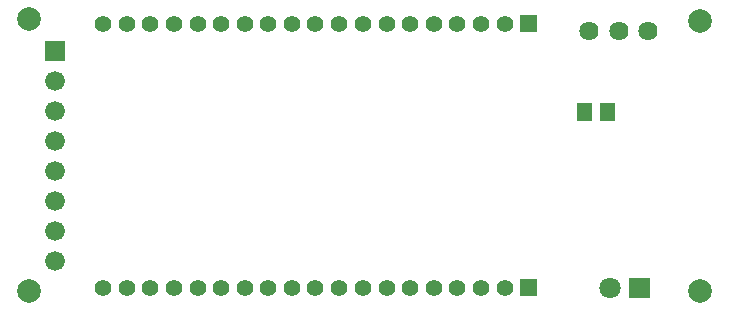
<source format=gts>
G04 Layer: TopSolderMaskLayer*
G04 EasyEDA v6.5.1, 2022-03-28 07:45:05*
G04 8a3c461addb741cca4737953a7c37c6d,45e7c3065f504378a11261742efe6332,10*
G04 Gerber Generator version 0.2*
G04 Scale: 100 percent, Rotated: No, Reflected: No *
G04 Dimensions in millimeters *
G04 leading zeros omitted , absolute positions ,4 integer and 5 decimal *
%FSLAX45Y45*%
%MOMM*%

%ADD29C,1.6256*%
%ADD32C,1.4016*%
%ADD34C,1.6764*%
%ADD36C,1.8016*%
%ADD37C,2.0016*%

%LPD*%
D29*
G01*
X6104699Y9359900D03*
G01*
X5854712Y9359900D03*
G01*
X5604700Y9359900D03*
G36*
X5698997Y8600186D02*
G01*
X5698997Y8748013D01*
X5822441Y8748013D01*
X5822441Y8600186D01*
G37*
G36*
X5505958Y8600186D02*
G01*
X5505958Y8748013D01*
X5629402Y8748013D01*
X5629402Y8600186D01*
G37*
G36*
X5019293Y7118095D02*
G01*
X5019293Y7258304D01*
X5159502Y7258304D01*
X5159502Y7118095D01*
G37*
D32*
G01*
X4889296Y7188200D03*
G01*
X4689297Y7188200D03*
G01*
X4489297Y7188200D03*
G01*
X4289297Y7188200D03*
G01*
X4089298Y7188200D03*
G01*
X3889298Y7188200D03*
G01*
X3689299Y7188200D03*
G01*
X3489299Y7188200D03*
G01*
X3282797Y7188200D03*
G01*
X3089300Y7188200D03*
G01*
X2889300Y7188200D03*
G01*
X2689301Y7188200D03*
G01*
X2489301Y7188200D03*
G01*
X2289302Y7188200D03*
G01*
X2089302Y7188200D03*
G01*
X1889302Y7188200D03*
G01*
X1689303Y7188200D03*
G01*
X1489303Y7188200D03*
G36*
X5019293Y9353295D02*
G01*
X5019293Y9493504D01*
X5159502Y9493504D01*
X5159502Y9353295D01*
G37*
G01*
X4889296Y9423400D03*
G01*
X4689297Y9423400D03*
G01*
X4489297Y9423400D03*
G01*
X4289297Y9423400D03*
G01*
X4089298Y9423400D03*
G01*
X3889298Y9423400D03*
G01*
X3689299Y9423400D03*
G01*
X3489299Y9423400D03*
G01*
X3282797Y9423400D03*
G01*
X3089300Y9423400D03*
G01*
X2889300Y9423400D03*
G01*
X2689301Y9423400D03*
G01*
X2489301Y9423400D03*
G01*
X2289302Y9423400D03*
G01*
X2089302Y9423400D03*
G01*
X1889302Y9423400D03*
G01*
X1689303Y9423400D03*
G01*
X1489303Y9423400D03*
G36*
X995679Y9110979D02*
G01*
X995679Y9278620D01*
X1163320Y9278620D01*
X1163320Y9110979D01*
G37*
D34*
G01*
X1079500Y8940800D03*
G01*
X1079500Y8686800D03*
G01*
X1079500Y8432800D03*
G01*
X1079500Y8178800D03*
G01*
X1079500Y7924800D03*
G01*
X1079500Y7670800D03*
G01*
X1079500Y7416800D03*
G36*
X5942329Y7104379D02*
G01*
X5942329Y7272020D01*
X6122670Y7272020D01*
X6122670Y7104379D01*
G37*
D36*
G01*
X5778500Y7188200D03*
D37*
G01*
X863600Y9461500D03*
G01*
X863600Y7162800D03*
G01*
X6540500Y9448800D03*
G01*
X6540500Y7162800D03*
M02*

</source>
